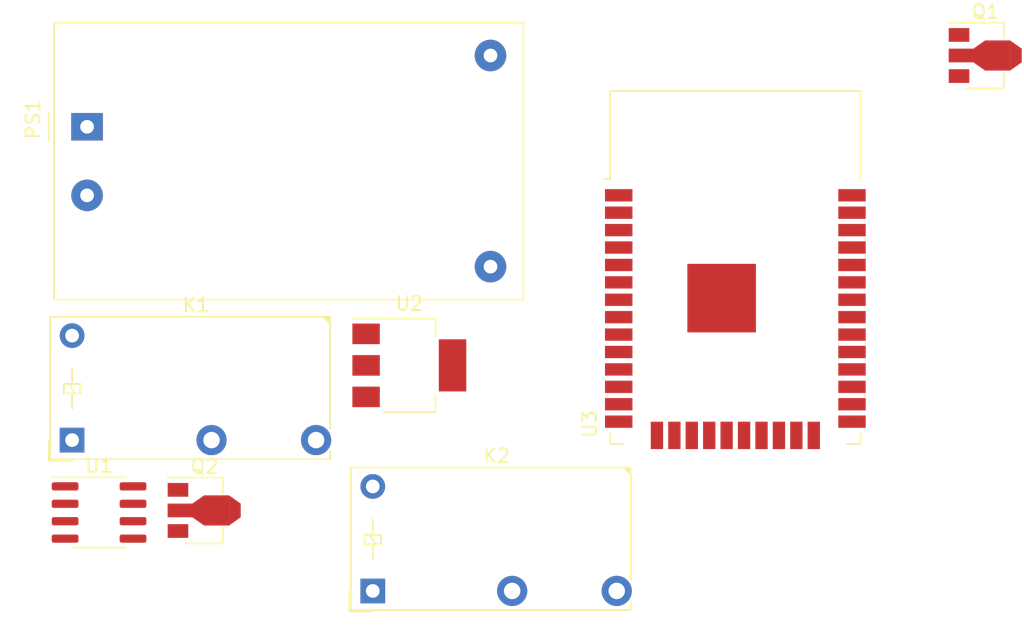
<source format=kicad_pcb>
(kicad_pcb (version 20171130) (host pcbnew "(5.1.5)-3")

  (general
    (thickness 1.6)
    (drawings 0)
    (tracks 0)
    (zones 0)
    (modules 8)
    (nets 8)
  )

  (page A4)
  (layers
    (0 F.Cu signal)
    (31 B.Cu signal)
    (32 B.Adhes user)
    (33 F.Adhes user)
    (34 B.Paste user)
    (35 F.Paste user)
    (36 B.SilkS user)
    (37 F.SilkS user)
    (38 B.Mask user)
    (39 F.Mask user)
    (40 Dwgs.User user)
    (41 Cmts.User user)
    (42 Eco1.User user)
    (43 Eco2.User user)
    (44 Edge.Cuts user)
    (45 Margin user)
    (46 B.CrtYd user)
    (47 F.CrtYd user)
    (48 B.Fab user)
    (49 F.Fab user)
  )

  (setup
    (last_trace_width 0.25)
    (trace_clearance 0.2)
    (zone_clearance 0.508)
    (zone_45_only no)
    (trace_min 0.2)
    (via_size 0.8)
    (via_drill 0.4)
    (via_min_size 0.4)
    (via_min_drill 0.3)
    (uvia_size 0.3)
    (uvia_drill 0.1)
    (uvias_allowed no)
    (uvia_min_size 0.2)
    (uvia_min_drill 0.1)
    (edge_width 0.05)
    (segment_width 0.2)
    (pcb_text_width 0.3)
    (pcb_text_size 1.5 1.5)
    (mod_edge_width 0.12)
    (mod_text_size 1 1)
    (mod_text_width 0.15)
    (pad_size 1.524 1.524)
    (pad_drill 0.762)
    (pad_to_mask_clearance 0.051)
    (solder_mask_min_width 0.25)
    (aux_axis_origin 0 0)
    (visible_elements FFFFFF7F)
    (pcbplotparams
      (layerselection 0x010fc_ffffffff)
      (usegerberextensions false)
      (usegerberattributes false)
      (usegerberadvancedattributes false)
      (creategerberjobfile false)
      (excludeedgelayer true)
      (linewidth 0.100000)
      (plotframeref false)
      (viasonmask false)
      (mode 1)
      (useauxorigin false)
      (hpglpennumber 1)
      (hpglpenspeed 20)
      (hpglpendiameter 15.000000)
      (psnegative false)
      (psa4output false)
      (plotreference true)
      (plotvalue true)
      (plotinvisibletext false)
      (padsonsilk false)
      (subtractmaskfromsilk false)
      (outputformat 1)
      (mirror false)
      (drillshape 1)
      (scaleselection 1)
      (outputdirectory ""))
  )

  (net 0 "")
  (net 1 "Net-(J2-Pad2)")
  (net 2 +5V)
  (net 3 "Net-(D2-Pad2)")
  (net 4 "Net-(D1-Pad2)")
  (net 5 "Net-(J1-Pad1)")
  (net 6 GND)
  (net 7 +3V3)

  (net_class Default "Esta es la clase de red por defecto."
    (clearance 0.2)
    (trace_width 0.25)
    (via_dia 0.8)
    (via_drill 0.4)
    (uvia_dia 0.3)
    (uvia_drill 0.1)
    (add_net +3V3)
    (add_net +5V)
    (add_net /MQTT)
    (add_net /RELAY1)
    (add_net /RELAY2)
    (add_net /WIFI)
    (add_net GND)
    (add_net "Net-(C5-Pad2)")
    (add_net "Net-(D1-Pad2)")
    (add_net "Net-(D2-Pad2)")
    (add_net "Net-(J1-Pad1)")
    (add_net "Net-(J1-Pad2)")
    (add_net "Net-(J2-Pad2)")
    (add_net "Net-(J2-Pad3)")
    (add_net "Net-(J3-Pad2)")
    (add_net "Net-(J3-Pad3)")
    (add_net "Net-(J4-Pad1)")
    (add_net "Net-(J4-Pad2)")
    (add_net "Net-(J4-Pad3)")
    (add_net "Net-(Q1-Pad1)")
    (add_net "Net-(Q2-Pad1)")
    (add_net "Net-(R3-Pad1)")
    (add_net "Net-(R4-Pad1)")
    (add_net "Net-(R4-Pad2)")
    (add_net "Net-(U3-Pad17)")
    (add_net "Net-(U3-Pad18)")
    (add_net "Net-(U3-Pad19)")
    (add_net "Net-(U3-Pad20)")
    (add_net "Net-(U3-Pad21)")
    (add_net "Net-(U3-Pad22)")
    (add_net "Net-(U3-Pad23)")
    (add_net "Net-(U3-Pad24)")
    (add_net "Net-(U3-Pad25)")
    (add_net "Net-(U3-Pad26)")
    (add_net "Net-(U3-Pad27)")
    (add_net "Net-(U3-Pad28)")
    (add_net "Net-(U3-Pad29)")
    (add_net "Net-(U3-Pad30)")
    (add_net "Net-(U3-Pad31)")
    (add_net "Net-(U3-Pad32)")
    (add_net "Net-(U3-Pad33)")
    (add_net "Net-(U3-Pad34)")
    (add_net "Net-(U3-Pad35)")
    (add_net "Net-(U3-Pad36)")
    (add_net "Net-(U3-Pad37)")
    (add_net "Net-(U3-Pad5)")
    (add_net "Net-(U3-Pad6)")
    (add_net "Net-(U3-Pad7)")
    (add_net "Net-(U3-Pad9)")
  )

  (module RF_Module:ESP32-WROOM-32 (layer F.Cu) (tedit 5B5B4654) (tstamp 5E8D4019)
    (at 159.575 74.08)
    (descr "Single 2.4 GHz Wi-Fi and Bluetooth combo chip https://www.espressif.com/sites/default/files/documentation/esp32-wroom-32_datasheet_en.pdf")
    (tags "Single 2.4 GHz Wi-Fi and Bluetooth combo  chip")
    (path /5E8D4080)
    (attr smd)
    (fp_text reference U3 (at -10.61 8.43 90) (layer F.SilkS)
      (effects (font (size 1 1) (thickness 0.15)))
    )
    (fp_text value ESP32-WROOM-32D (at 0 11.5) (layer F.Fab)
      (effects (font (size 1 1) (thickness 0.15)))
    )
    (fp_line (start -9.12 -9.445) (end -9.5 -9.445) (layer F.SilkS) (width 0.12))
    (fp_line (start -9.12 -15.865) (end -9.12 -9.445) (layer F.SilkS) (width 0.12))
    (fp_line (start 9.12 -15.865) (end 9.12 -9.445) (layer F.SilkS) (width 0.12))
    (fp_line (start -9.12 -15.865) (end 9.12 -15.865) (layer F.SilkS) (width 0.12))
    (fp_line (start 9.12 9.88) (end 8.12 9.88) (layer F.SilkS) (width 0.12))
    (fp_line (start 9.12 9.1) (end 9.12 9.88) (layer F.SilkS) (width 0.12))
    (fp_line (start -9.12 9.88) (end -8.12 9.88) (layer F.SilkS) (width 0.12))
    (fp_line (start -9.12 9.1) (end -9.12 9.88) (layer F.SilkS) (width 0.12))
    (fp_line (start 8.4 -20.6) (end 8.2 -20.4) (layer Cmts.User) (width 0.1))
    (fp_line (start 8.4 -16) (end 8.4 -20.6) (layer Cmts.User) (width 0.1))
    (fp_line (start 8.4 -20.6) (end 8.6 -20.4) (layer Cmts.User) (width 0.1))
    (fp_line (start 8.4 -16) (end 8.6 -16.2) (layer Cmts.User) (width 0.1))
    (fp_line (start 8.4 -16) (end 8.2 -16.2) (layer Cmts.User) (width 0.1))
    (fp_line (start -9.2 -13.875) (end -9.4 -14.075) (layer Cmts.User) (width 0.1))
    (fp_line (start -13.8 -13.875) (end -9.2 -13.875) (layer Cmts.User) (width 0.1))
    (fp_line (start -9.2 -13.875) (end -9.4 -13.675) (layer Cmts.User) (width 0.1))
    (fp_line (start -13.8 -13.875) (end -13.6 -13.675) (layer Cmts.User) (width 0.1))
    (fp_line (start -13.8 -13.875) (end -13.6 -14.075) (layer Cmts.User) (width 0.1))
    (fp_line (start 9.2 -13.875) (end 9.4 -13.675) (layer Cmts.User) (width 0.1))
    (fp_line (start 9.2 -13.875) (end 9.4 -14.075) (layer Cmts.User) (width 0.1))
    (fp_line (start 13.8 -13.875) (end 13.6 -13.675) (layer Cmts.User) (width 0.1))
    (fp_line (start 13.8 -13.875) (end 13.6 -14.075) (layer Cmts.User) (width 0.1))
    (fp_line (start 9.2 -13.875) (end 13.8 -13.875) (layer Cmts.User) (width 0.1))
    (fp_line (start 14 -11.585) (end 12 -9.97) (layer Dwgs.User) (width 0.1))
    (fp_line (start 14 -13.2) (end 10 -9.97) (layer Dwgs.User) (width 0.1))
    (fp_line (start 14 -14.815) (end 8 -9.97) (layer Dwgs.User) (width 0.1))
    (fp_line (start 14 -16.43) (end 6 -9.97) (layer Dwgs.User) (width 0.1))
    (fp_line (start 14 -18.045) (end 4 -9.97) (layer Dwgs.User) (width 0.1))
    (fp_line (start 14 -19.66) (end 2 -9.97) (layer Dwgs.User) (width 0.1))
    (fp_line (start 13.475 -20.75) (end 0 -9.97) (layer Dwgs.User) (width 0.1))
    (fp_line (start 11.475 -20.75) (end -2 -9.97) (layer Dwgs.User) (width 0.1))
    (fp_line (start 9.475 -20.75) (end -4 -9.97) (layer Dwgs.User) (width 0.1))
    (fp_line (start 7.475 -20.75) (end -6 -9.97) (layer Dwgs.User) (width 0.1))
    (fp_line (start -8 -9.97) (end 5.475 -20.75) (layer Dwgs.User) (width 0.1))
    (fp_line (start 3.475 -20.75) (end -10 -9.97) (layer Dwgs.User) (width 0.1))
    (fp_line (start 1.475 -20.75) (end -12 -9.97) (layer Dwgs.User) (width 0.1))
    (fp_line (start -0.525 -20.75) (end -14 -9.97) (layer Dwgs.User) (width 0.1))
    (fp_line (start -2.525 -20.75) (end -14 -11.585) (layer Dwgs.User) (width 0.1))
    (fp_line (start -4.525 -20.75) (end -14 -13.2) (layer Dwgs.User) (width 0.1))
    (fp_line (start -6.525 -20.75) (end -14 -14.815) (layer Dwgs.User) (width 0.1))
    (fp_line (start -8.525 -20.75) (end -14 -16.43) (layer Dwgs.User) (width 0.1))
    (fp_line (start -10.525 -20.75) (end -14 -18.045) (layer Dwgs.User) (width 0.1))
    (fp_line (start -12.525 -20.75) (end -14 -19.66) (layer Dwgs.User) (width 0.1))
    (fp_line (start 9.75 -9.72) (end 14.25 -9.72) (layer F.CrtYd) (width 0.05))
    (fp_line (start -14.25 -9.72) (end -9.75 -9.72) (layer F.CrtYd) (width 0.05))
    (fp_line (start 14.25 -21) (end 14.25 -9.72) (layer F.CrtYd) (width 0.05))
    (fp_line (start -14.25 -21) (end -14.25 -9.72) (layer F.CrtYd) (width 0.05))
    (fp_line (start 14 -20.75) (end -14 -20.75) (layer Dwgs.User) (width 0.1))
    (fp_line (start 14 -9.97) (end 14 -20.75) (layer Dwgs.User) (width 0.1))
    (fp_line (start 14 -9.97) (end -14 -9.97) (layer Dwgs.User) (width 0.1))
    (fp_line (start -9 -9.02) (end -8.5 -9.52) (layer F.Fab) (width 0.1))
    (fp_line (start -8.5 -9.52) (end -9 -10.02) (layer F.Fab) (width 0.1))
    (fp_line (start -9 -9.02) (end -9 9.76) (layer F.Fab) (width 0.1))
    (fp_line (start -14.25 -21) (end 14.25 -21) (layer F.CrtYd) (width 0.05))
    (fp_line (start 9.75 -9.72) (end 9.75 10.5) (layer F.CrtYd) (width 0.05))
    (fp_line (start -9.75 10.5) (end 9.75 10.5) (layer F.CrtYd) (width 0.05))
    (fp_line (start -9.75 10.5) (end -9.75 -9.72) (layer F.CrtYd) (width 0.05))
    (fp_line (start -9 -15.745) (end 9 -15.745) (layer F.Fab) (width 0.1))
    (fp_line (start -9 -15.745) (end -9 -10.02) (layer F.Fab) (width 0.1))
    (fp_line (start -9 9.76) (end 9 9.76) (layer F.Fab) (width 0.1))
    (fp_line (start 9 9.76) (end 9 -15.745) (layer F.Fab) (width 0.1))
    (fp_line (start -14 -9.97) (end -14 -20.75) (layer Dwgs.User) (width 0.1))
    (fp_text user "5 mm" (at 7.8 -19.075 90) (layer Cmts.User)
      (effects (font (size 0.5 0.5) (thickness 0.1)))
    )
    (fp_text user "5 mm" (at -11.2 -14.375) (layer Cmts.User)
      (effects (font (size 0.5 0.5) (thickness 0.1)))
    )
    (fp_text user "5 mm" (at 11.8 -14.375) (layer Cmts.User)
      (effects (font (size 0.5 0.5) (thickness 0.1)))
    )
    (fp_text user Antenna (at 0 -13) (layer Cmts.User)
      (effects (font (size 1 1) (thickness 0.15)))
    )
    (fp_text user "KEEP-OUT ZONE" (at 0 -19) (layer Cmts.User)
      (effects (font (size 1 1) (thickness 0.15)))
    )
    (fp_text user %R (at 0 0) (layer F.Fab)
      (effects (font (size 1 1) (thickness 0.15)))
    )
    (pad 38 smd rect (at 8.5 -8.255) (size 2 0.9) (layers F.Cu F.Paste F.Mask)
      (net 6 GND))
    (pad 37 smd rect (at 8.5 -6.985) (size 2 0.9) (layers F.Cu F.Paste F.Mask))
    (pad 36 smd rect (at 8.5 -5.715) (size 2 0.9) (layers F.Cu F.Paste F.Mask))
    (pad 35 smd rect (at 8.5 -4.445) (size 2 0.9) (layers F.Cu F.Paste F.Mask))
    (pad 34 smd rect (at 8.5 -3.175) (size 2 0.9) (layers F.Cu F.Paste F.Mask))
    (pad 33 smd rect (at 8.5 -1.905) (size 2 0.9) (layers F.Cu F.Paste F.Mask))
    (pad 32 smd rect (at 8.5 -0.635) (size 2 0.9) (layers F.Cu F.Paste F.Mask))
    (pad 31 smd rect (at 8.5 0.635) (size 2 0.9) (layers F.Cu F.Paste F.Mask))
    (pad 30 smd rect (at 8.5 1.905) (size 2 0.9) (layers F.Cu F.Paste F.Mask))
    (pad 29 smd rect (at 8.5 3.175) (size 2 0.9) (layers F.Cu F.Paste F.Mask))
    (pad 28 smd rect (at 8.5 4.445) (size 2 0.9) (layers F.Cu F.Paste F.Mask))
    (pad 27 smd rect (at 8.5 5.715) (size 2 0.9) (layers F.Cu F.Paste F.Mask))
    (pad 26 smd rect (at 8.5 6.985) (size 2 0.9) (layers F.Cu F.Paste F.Mask))
    (pad 25 smd rect (at 8.5 8.255) (size 2 0.9) (layers F.Cu F.Paste F.Mask))
    (pad 24 smd rect (at 5.715 9.255 90) (size 2 0.9) (layers F.Cu F.Paste F.Mask))
    (pad 23 smd rect (at 4.445 9.255 90) (size 2 0.9) (layers F.Cu F.Paste F.Mask))
    (pad 22 smd rect (at 3.175 9.255 90) (size 2 0.9) (layers F.Cu F.Paste F.Mask))
    (pad 21 smd rect (at 1.905 9.255 90) (size 2 0.9) (layers F.Cu F.Paste F.Mask))
    (pad 20 smd rect (at 0.635 9.255 90) (size 2 0.9) (layers F.Cu F.Paste F.Mask))
    (pad 19 smd rect (at -0.635 9.255 90) (size 2 0.9) (layers F.Cu F.Paste F.Mask))
    (pad 18 smd rect (at -1.905 9.255 90) (size 2 0.9) (layers F.Cu F.Paste F.Mask))
    (pad 17 smd rect (at -3.175 9.255 90) (size 2 0.9) (layers F.Cu F.Paste F.Mask))
    (pad 16 smd rect (at -4.445 9.255 90) (size 2 0.9) (layers F.Cu F.Paste F.Mask))
    (pad 15 smd rect (at -5.715 9.255 90) (size 2 0.9) (layers F.Cu F.Paste F.Mask)
      (net 6 GND))
    (pad 14 smd rect (at -8.5 8.255) (size 2 0.9) (layers F.Cu F.Paste F.Mask))
    (pad 13 smd rect (at -8.5 6.985) (size 2 0.9) (layers F.Cu F.Paste F.Mask))
    (pad 12 smd rect (at -8.5 5.715) (size 2 0.9) (layers F.Cu F.Paste F.Mask))
    (pad 11 smd rect (at -8.5 4.445) (size 2 0.9) (layers F.Cu F.Paste F.Mask))
    (pad 10 smd rect (at -8.5 3.175) (size 2 0.9) (layers F.Cu F.Paste F.Mask))
    (pad 9 smd rect (at -8.5 1.905) (size 2 0.9) (layers F.Cu F.Paste F.Mask))
    (pad 8 smd rect (at -8.5 0.635) (size 2 0.9) (layers F.Cu F.Paste F.Mask))
    (pad 7 smd rect (at -8.5 -0.635) (size 2 0.9) (layers F.Cu F.Paste F.Mask))
    (pad 6 smd rect (at -8.5 -1.905) (size 2 0.9) (layers F.Cu F.Paste F.Mask))
    (pad 5 smd rect (at -8.5 -3.175) (size 2 0.9) (layers F.Cu F.Paste F.Mask))
    (pad 4 smd rect (at -8.5 -4.445) (size 2 0.9) (layers F.Cu F.Paste F.Mask))
    (pad 3 smd rect (at -8.5 -5.715) (size 2 0.9) (layers F.Cu F.Paste F.Mask))
    (pad 2 smd rect (at -8.5 -6.985) (size 2 0.9) (layers F.Cu F.Paste F.Mask)
      (net 7 +3V3))
    (pad 1 smd rect (at -8.5 -8.255) (size 2 0.9) (layers F.Cu F.Paste F.Mask)
      (net 6 GND))
    (pad 39 smd rect (at -1 -0.755) (size 5 5) (layers F.Cu F.Paste F.Mask)
      (net 6 GND))
    (model ${KISYS3DMOD}/RF_Module.3dshapes/ESP32-WROOM-32.wrl
      (at (xyz 0 0 0))
      (scale (xyz 1 1 1))
      (rotate (xyz 0 0 0))
    )
  )

  (module Package_TO_SOT_SMD:SOT-223-3_TabPin2 (layer F.Cu) (tedit 5A02FF57) (tstamp 5E8D3FAA)
    (at 135.815 78.23)
    (descr "module CMS SOT223 4 pins")
    (tags "CMS SOT")
    (path /5E90718A)
    (attr smd)
    (fp_text reference U2 (at 0 -4.5) (layer F.SilkS)
      (effects (font (size 1 1) (thickness 0.15)))
    )
    (fp_text value AP1117-33 (at 0 4.5) (layer F.Fab)
      (effects (font (size 1 1) (thickness 0.15)))
    )
    (fp_line (start 1.85 -3.35) (end 1.85 3.35) (layer F.Fab) (width 0.1))
    (fp_line (start -1.85 3.35) (end 1.85 3.35) (layer F.Fab) (width 0.1))
    (fp_line (start -4.1 -3.41) (end 1.91 -3.41) (layer F.SilkS) (width 0.12))
    (fp_line (start -0.85 -3.35) (end 1.85 -3.35) (layer F.Fab) (width 0.1))
    (fp_line (start -1.85 3.41) (end 1.91 3.41) (layer F.SilkS) (width 0.12))
    (fp_line (start -1.85 -2.35) (end -1.85 3.35) (layer F.Fab) (width 0.1))
    (fp_line (start -1.85 -2.35) (end -0.85 -3.35) (layer F.Fab) (width 0.1))
    (fp_line (start -4.4 -3.6) (end -4.4 3.6) (layer F.CrtYd) (width 0.05))
    (fp_line (start -4.4 3.6) (end 4.4 3.6) (layer F.CrtYd) (width 0.05))
    (fp_line (start 4.4 3.6) (end 4.4 -3.6) (layer F.CrtYd) (width 0.05))
    (fp_line (start 4.4 -3.6) (end -4.4 -3.6) (layer F.CrtYd) (width 0.05))
    (fp_line (start 1.91 -3.41) (end 1.91 -2.15) (layer F.SilkS) (width 0.12))
    (fp_line (start 1.91 3.41) (end 1.91 2.15) (layer F.SilkS) (width 0.12))
    (fp_text user %R (at 0 0 90) (layer F.Fab)
      (effects (font (size 0.8 0.8) (thickness 0.12)))
    )
    (pad 1 smd rect (at -3.15 -2.3) (size 2 1.5) (layers F.Cu F.Paste F.Mask)
      (net 6 GND))
    (pad 3 smd rect (at -3.15 2.3) (size 2 1.5) (layers F.Cu F.Paste F.Mask)
      (net 2 +5V))
    (pad 2 smd rect (at -3.15 0) (size 2 1.5) (layers F.Cu F.Paste F.Mask)
      (net 7 +3V3))
    (pad 2 smd rect (at 3.15 0) (size 2 3.8) (layers F.Cu F.Paste F.Mask)
      (net 7 +3V3))
    (model ${KISYS3DMOD}/Package_TO_SOT_SMD.3dshapes/SOT-223.wrl
      (at (xyz 0 0 0))
      (scale (xyz 1 1 1))
      (rotate (xyz 0 0 0))
    )
  )

  (module Package_SO:SOIC-8_3.9x4.9mm_P1.27mm (layer F.Cu) (tedit 5D9F72B1) (tstamp 5E8D3F94)
    (at 113.205 88.96)
    (descr "SOIC, 8 Pin (JEDEC MS-012AA, https://www.analog.com/media/en/package-pcb-resources/package/pkg_pdf/soic_narrow-r/r_8.pdf), generated with kicad-footprint-generator ipc_gullwing_generator.py")
    (tags "SOIC SO")
    (path /5E8DF758)
    (attr smd)
    (fp_text reference U1 (at 0 -3.4) (layer F.SilkS)
      (effects (font (size 1 1) (thickness 0.15)))
    )
    (fp_text value ACS712xLCTR-05B (at 0 3.4) (layer F.Fab)
      (effects (font (size 1 1) (thickness 0.15)))
    )
    (fp_text user %R (at 0 0) (layer F.Fab)
      (effects (font (size 0.98 0.98) (thickness 0.15)))
    )
    (fp_line (start 3.7 -2.7) (end -3.7 -2.7) (layer F.CrtYd) (width 0.05))
    (fp_line (start 3.7 2.7) (end 3.7 -2.7) (layer F.CrtYd) (width 0.05))
    (fp_line (start -3.7 2.7) (end 3.7 2.7) (layer F.CrtYd) (width 0.05))
    (fp_line (start -3.7 -2.7) (end -3.7 2.7) (layer F.CrtYd) (width 0.05))
    (fp_line (start -1.95 -1.475) (end -0.975 -2.45) (layer F.Fab) (width 0.1))
    (fp_line (start -1.95 2.45) (end -1.95 -1.475) (layer F.Fab) (width 0.1))
    (fp_line (start 1.95 2.45) (end -1.95 2.45) (layer F.Fab) (width 0.1))
    (fp_line (start 1.95 -2.45) (end 1.95 2.45) (layer F.Fab) (width 0.1))
    (fp_line (start -0.975 -2.45) (end 1.95 -2.45) (layer F.Fab) (width 0.1))
    (fp_line (start 0 -2.56) (end -3.45 -2.56) (layer F.SilkS) (width 0.12))
    (fp_line (start 0 -2.56) (end 1.95 -2.56) (layer F.SilkS) (width 0.12))
    (fp_line (start 0 2.56) (end -1.95 2.56) (layer F.SilkS) (width 0.12))
    (fp_line (start 0 2.56) (end 1.95 2.56) (layer F.SilkS) (width 0.12))
    (pad 8 smd roundrect (at 2.475 -1.905) (size 1.95 0.6) (layers F.Cu F.Paste F.Mask) (roundrect_rratio 0.25)
      (net 2 +5V))
    (pad 7 smd roundrect (at 2.475 -0.635) (size 1.95 0.6) (layers F.Cu F.Paste F.Mask) (roundrect_rratio 0.25))
    (pad 6 smd roundrect (at 2.475 0.635) (size 1.95 0.6) (layers F.Cu F.Paste F.Mask) (roundrect_rratio 0.25))
    (pad 5 smd roundrect (at 2.475 1.905) (size 1.95 0.6) (layers F.Cu F.Paste F.Mask) (roundrect_rratio 0.25)
      (net 6 GND))
    (pad 4 smd roundrect (at -2.475 1.905) (size 1.95 0.6) (layers F.Cu F.Paste F.Mask) (roundrect_rratio 0.25)
      (net 1 "Net-(J2-Pad2)"))
    (pad 3 smd roundrect (at -2.475 0.635) (size 1.95 0.6) (layers F.Cu F.Paste F.Mask) (roundrect_rratio 0.25)
      (net 1 "Net-(J2-Pad2)"))
    (pad 2 smd roundrect (at -2.475 -0.635) (size 1.95 0.6) (layers F.Cu F.Paste F.Mask) (roundrect_rratio 0.25)
      (net 5 "Net-(J1-Pad1)"))
    (pad 1 smd roundrect (at -2.475 -1.905) (size 1.95 0.6) (layers F.Cu F.Paste F.Mask) (roundrect_rratio 0.25)
      (net 5 "Net-(J1-Pad1)"))
    (model ${KISYS3DMOD}/Package_SO.3dshapes/SOIC-8_3.9x4.9mm_P1.27mm.wrl
      (at (xyz 0 0 0))
      (scale (xyz 1 1 1))
      (rotate (xyz 0 0 0))
    )
  )

  (module Package_TO_SOT_SMD:SOT-89-3 (layer F.Cu) (tedit 5A02FF57) (tstamp 5E8D3F7A)
    (at 120.435 88.81)
    (descr SOT-89-3)
    (tags SOT-89-3)
    (path /5E8FAFEC)
    (attr smd)
    (fp_text reference Q2 (at 0.45 -3.2) (layer F.SilkS)
      (effects (font (size 1 1) (thickness 0.15)))
    )
    (fp_text value BC546 (at 0.45 3.25) (layer F.Fab)
      (effects (font (size 1 1) (thickness 0.15)))
    )
    (fp_line (start -2.48 2.55) (end -2.48 -2.55) (layer F.CrtYd) (width 0.05))
    (fp_line (start -2.48 2.55) (end 3.23 2.55) (layer F.CrtYd) (width 0.05))
    (fp_line (start 3.23 -2.55) (end -2.48 -2.55) (layer F.CrtYd) (width 0.05))
    (fp_line (start 3.23 -2.55) (end 3.23 2.55) (layer F.CrtYd) (width 0.05))
    (fp_line (start -0.13 -2.3) (end 1.68 -2.3) (layer F.Fab) (width 0.1))
    (fp_line (start -0.92 2.3) (end -0.92 -1.51) (layer F.Fab) (width 0.1))
    (fp_line (start 1.68 2.3) (end -0.92 2.3) (layer F.Fab) (width 0.1))
    (fp_line (start 1.68 -2.3) (end 1.68 2.3) (layer F.Fab) (width 0.1))
    (fp_line (start -0.92 -1.51) (end -0.13 -2.3) (layer F.Fab) (width 0.1))
    (fp_line (start 1.78 -2.4) (end 1.78 -1.2) (layer F.SilkS) (width 0.12))
    (fp_line (start -2.22 -2.4) (end 1.78 -2.4) (layer F.SilkS) (width 0.12))
    (fp_line (start 1.78 2.4) (end -0.92 2.4) (layer F.SilkS) (width 0.12))
    (fp_line (start 1.78 1.2) (end 1.78 2.4) (layer F.SilkS) (width 0.12))
    (fp_text user %R (at 0.38 0 90) (layer F.Fab)
      (effects (font (size 0.6 0.6) (thickness 0.09)))
    )
    (pad 2 smd trapezoid (at -0.0762 0 90) (size 1.5 1) (rect_delta 0 0.7 ) (layers F.Cu F.Paste F.Mask)
      (net 4 "Net-(D1-Pad2)"))
    (pad 2 smd rect (at 1.3335 0 270) (size 2.2 1.84) (layers F.Cu F.Paste F.Mask)
      (net 4 "Net-(D1-Pad2)"))
    (pad 3 smd rect (at -1.48 1.5 270) (size 1 1.5) (layers F.Cu F.Paste F.Mask)
      (net 6 GND))
    (pad 2 smd rect (at -1.3335 0 270) (size 1 1.8) (layers F.Cu F.Paste F.Mask)
      (net 4 "Net-(D1-Pad2)"))
    (pad 1 smd rect (at -1.48 -1.5 270) (size 1 1.5) (layers F.Cu F.Paste F.Mask))
    (pad 2 smd trapezoid (at 2.667 0 270) (size 1.6 0.85) (rect_delta 0 0.6 ) (layers F.Cu F.Paste F.Mask)
      (net 4 "Net-(D1-Pad2)"))
    (model ${KISYS3DMOD}/Package_TO_SOT_SMD.3dshapes/SOT-89-3.wrl
      (at (xyz 0 0 0))
      (scale (xyz 1 1 1))
      (rotate (xyz 0 0 0))
    )
  )

  (module Package_TO_SOT_SMD:SOT-89-3 (layer F.Cu) (tedit 5A02FF57) (tstamp 5E8D3F62)
    (at 177.355 55.63)
    (descr SOT-89-3)
    (tags SOT-89-3)
    (path /5E8DC1C1)
    (attr smd)
    (fp_text reference Q1 (at 0.45 -3.2) (layer F.SilkS)
      (effects (font (size 1 1) (thickness 0.15)))
    )
    (fp_text value BCX56 (at 0.45 3.25) (layer F.Fab)
      (effects (font (size 1 1) (thickness 0.15)))
    )
    (fp_line (start -2.48 2.55) (end -2.48 -2.55) (layer F.CrtYd) (width 0.05))
    (fp_line (start -2.48 2.55) (end 3.23 2.55) (layer F.CrtYd) (width 0.05))
    (fp_line (start 3.23 -2.55) (end -2.48 -2.55) (layer F.CrtYd) (width 0.05))
    (fp_line (start 3.23 -2.55) (end 3.23 2.55) (layer F.CrtYd) (width 0.05))
    (fp_line (start -0.13 -2.3) (end 1.68 -2.3) (layer F.Fab) (width 0.1))
    (fp_line (start -0.92 2.3) (end -0.92 -1.51) (layer F.Fab) (width 0.1))
    (fp_line (start 1.68 2.3) (end -0.92 2.3) (layer F.Fab) (width 0.1))
    (fp_line (start 1.68 -2.3) (end 1.68 2.3) (layer F.Fab) (width 0.1))
    (fp_line (start -0.92 -1.51) (end -0.13 -2.3) (layer F.Fab) (width 0.1))
    (fp_line (start 1.78 -2.4) (end 1.78 -1.2) (layer F.SilkS) (width 0.12))
    (fp_line (start -2.22 -2.4) (end 1.78 -2.4) (layer F.SilkS) (width 0.12))
    (fp_line (start 1.78 2.4) (end -0.92 2.4) (layer F.SilkS) (width 0.12))
    (fp_line (start 1.78 1.2) (end 1.78 2.4) (layer F.SilkS) (width 0.12))
    (fp_text user %R (at 0.38 0 90) (layer F.Fab)
      (effects (font (size 0.6 0.6) (thickness 0.09)))
    )
    (pad 2 smd trapezoid (at -0.0762 0 90) (size 1.5 1) (rect_delta 0 0.7 ) (layers F.Cu F.Paste F.Mask)
      (net 3 "Net-(D2-Pad2)"))
    (pad 2 smd rect (at 1.3335 0 270) (size 2.2 1.84) (layers F.Cu F.Paste F.Mask)
      (net 3 "Net-(D2-Pad2)"))
    (pad 3 smd rect (at -1.48 1.5 270) (size 1 1.5) (layers F.Cu F.Paste F.Mask)
      (net 6 GND))
    (pad 2 smd rect (at -1.3335 0 270) (size 1 1.8) (layers F.Cu F.Paste F.Mask)
      (net 3 "Net-(D2-Pad2)"))
    (pad 1 smd rect (at -1.48 -1.5 270) (size 1 1.5) (layers F.Cu F.Paste F.Mask))
    (pad 2 smd trapezoid (at 2.667 0 270) (size 1.6 0.85) (rect_delta 0 0.6 ) (layers F.Cu F.Paste F.Mask)
      (net 3 "Net-(D2-Pad2)"))
    (model ${KISYS3DMOD}/Package_TO_SOT_SMD.3dshapes/SOT-89-3.wrl
      (at (xyz 0 0 0))
      (scale (xyz 1 1 1))
      (rotate (xyz 0 0 0))
    )
  )

  (module Converter_ACDC:Converter_ACDC_HiLink_HLK-PMxx (layer F.Cu) (tedit 5C1AC1CD) (tstamp 5E8D3F4A)
    (at 112.33 60.83)
    (descr "ACDC-Converter, 3W, HiLink, HLK-PMxx, THT, http://www.hlktech.net/product_detail.php?ProId=54")
    (tags "ACDC-Converter 3W THT HiLink board mount module")
    (path /5E8D6274)
    (fp_text reference PS1 (at -3.94 -0.55 90) (layer F.SilkS)
      (effects (font (size 1 1) (thickness 0.15)))
    )
    (fp_text value HLK-PM01 (at 15.79 13.85) (layer F.Fab)
      (effects (font (size 1 1) (thickness 0.15)))
    )
    (fp_line (start -2.79 -1) (end -2.79 1.01) (layer F.SilkS) (width 0.12))
    (fp_line (start 31.8 -7.6) (end -2.4 -7.6) (layer F.SilkS) (width 0.12))
    (fp_line (start 31.8 12.6) (end 31.8 -7.6) (layer F.SilkS) (width 0.12))
    (fp_line (start -2.4 12.6) (end 31.8 12.6) (layer F.SilkS) (width 0.12))
    (fp_line (start -2.4 -7.6) (end -2.4 12.6) (layer F.SilkS) (width 0.12))
    (fp_line (start -2.55 -7.75) (end -2.55 12.75) (layer F.CrtYd) (width 0.05))
    (fp_line (start 31.95 -7.75) (end -2.55 -7.75) (layer F.CrtYd) (width 0.05))
    (fp_line (start 31.95 12.75) (end 31.95 -7.75) (layer F.CrtYd) (width 0.05))
    (fp_line (start -2.55 12.75) (end 31.95 12.75) (layer F.CrtYd) (width 0.05))
    (fp_line (start -2.3 -1) (end -2.3 -7.5) (layer F.Fab) (width 0.1))
    (fp_line (start -2.29 -1) (end -1.29 0) (layer F.Fab) (width 0.1))
    (fp_line (start -1.29 0) (end -2.29 1) (layer F.Fab) (width 0.1))
    (fp_text user %R (at 14.68 1.17) (layer F.Fab)
      (effects (font (size 1 1) (thickness 0.15)))
    )
    (fp_line (start -2.3 -7.5) (end 31.7 -7.5) (layer F.Fab) (width 0.1))
    (fp_line (start -2.3 12.5) (end -2.3 0.99) (layer F.Fab) (width 0.1))
    (fp_line (start 31.7 12.5) (end 31.7 -7.5) (layer F.Fab) (width 0.1))
    (fp_line (start -2.3 12.5) (end 31.7 12.5) (layer F.Fab) (width 0.1))
    (pad 4 thru_hole circle (at 29.4 10.2) (size 2.3 2.3) (drill 1) (layers *.Cu *.Mask)
      (net 2 +5V))
    (pad 2 thru_hole circle (at 0 5) (size 2.3 2.3) (drill 1) (layers *.Cu *.Mask)
      (net 5 "Net-(J1-Pad1)"))
    (pad 1 thru_hole rect (at 0 0) (size 2.3 2) (drill 1) (layers *.Cu *.Mask))
    (pad 3 thru_hole circle (at 29.4 -5.2) (size 2.3 2.3) (drill 1) (layers *.Cu *.Mask)
      (net 6 GND))
    (model ${KISYS3DMOD}/Converter_ACDC.3dshapes/Converter_ACDC_HiLink_HLK-PMxx.wrl
      (at (xyz 0 0 0))
      (scale (xyz 1 1 1))
      (rotate (xyz 0 0 0))
    )
  )

  (module Relay_THT:Relay_SPST_Finder_32.21-x300 (layer F.Cu) (tedit 5A636535) (tstamp 5E8D3F31)
    (at 133.15 94.68)
    (descr "Finder 32.21-x300 Relay, SPST, https://gfinder.findernet.com/assets/Series/355/S32EN.pdf")
    (tags "Finder 32.21-x300 Relay SPST")
    (path /5E8D93F1)
    (fp_text reference K2 (at 9.029214 -9.845556 180) (layer F.SilkS)
      (effects (font (size 1 1) (thickness 0.15)))
    )
    (fp_text value RELAY2 (at 9.129214 2.454444 180) (layer F.Fab)
      (effects (font (size 1 1) (thickness 0.15)))
    )
    (fp_line (start 19.13 -9.05) (end 19.13 1.45) (layer F.CrtYd) (width 0.05))
    (fp_line (start 19.13 -9.05) (end -1.65 -9.05) (layer F.CrtYd) (width 0.05))
    (fp_line (start -1.65 1.45) (end 19.13 1.45) (layer F.CrtYd) (width 0.05))
    (fp_line (start -1.65 1.45) (end -1.65 -9.05) (layer F.CrtYd) (width 0.05))
    (fp_line (start 0 -2.3) (end 0 -5.2) (layer F.Fab) (width 0.12))
    (fp_line (start -0.6 -4.1) (end -0.6 -3.4) (layer F.SilkS) (width 0.12))
    (fp_line (start 0.6 -4.1) (end -0.6 -4.1) (layer F.SilkS) (width 0.12))
    (fp_line (start 0.6 -3.4) (end 0.6 -4.1) (layer F.SilkS) (width 0.12))
    (fp_line (start -0.6 -3.4) (end 0.6 -3.4) (layer F.SilkS) (width 0.12))
    (fp_line (start 0.2 -3.4) (end -0.2 -4.1) (layer F.SilkS) (width 0.12))
    (fp_line (start 0 -4.1) (end 0 -5.2) (layer F.SilkS) (width 0.12))
    (fp_line (start 0 -3.4) (end 0 -2.3) (layer F.SilkS) (width 0.12))
    (fp_line (start 18.6 1.2) (end -1.4 1.2) (layer F.Fab) (width 0.12))
    (fp_line (start 18.6 -8.8) (end 18.6 1.2) (layer F.Fab) (width 0.12))
    (fp_line (start -1.4 -8.8) (end 18.6 -8.8) (layer F.Fab) (width 0.12))
    (fp_line (start -1.4 1.2) (end -1.4 -8.8) (layer F.Fab) (width 0.12))
    (fp_line (start 18.8 -9) (end 18.8 -0.795556) (layer F.SilkS) (width 0.12))
    (fp_line (start -1.6 -9) (end 18.8 -9) (layer F.SilkS) (width 0.12))
    (fp_line (start -1.6 1.4) (end -1.6 -9) (layer F.SilkS) (width 0.12))
    (fp_line (start 18.8 1.4) (end -1.6 1.4) (layer F.SilkS) (width 0.12))
    (fp_line (start 18.8 0.8) (end 18.8 1.4) (layer F.SilkS) (width 0.12))
    (fp_line (start -1.7 1.5) (end -1.7 0) (layer F.SilkS) (width 0.12))
    (fp_line (start 0 1.5) (end -1.7 1.5) (layer F.SilkS) (width 0.12))
    (fp_line (start 18.679214 -8.995556) (end 18.779214 -8.895556) (layer F.SilkS) (width 0.12))
    (fp_line (start 18.779214 -8.795556) (end 18.579214 -8.995556) (layer F.SilkS) (width 0.12))
    (fp_line (start 18.479214 -8.995556) (end 18.779214 -8.695556) (layer F.SilkS) (width 0.12))
    (fp_line (start 18.779214 -8.595556) (end 18.379214 -8.995556) (layer F.SilkS) (width 0.12))
    (fp_line (start 18.279214 -8.995556) (end 18.779214 -8.495556) (layer F.SilkS) (width 0.12))
    (fp_text user %R (at 10.2 -4.1 180) (layer F.Fab)
      (effects (font (size 1 1) (thickness 0.15)))
    )
    (pad 14 thru_hole circle (at 17.78 0 90) (size 2.2 2.2) (drill 1.2) (layers *.Cu *.Mask))
    (pad 11 thru_hole circle (at 10.16 0 90) (size 2.2 2.2) (drill 1.2) (layers *.Cu *.Mask))
    (pad A2 thru_hole circle (at 0 -7.62 90) (size 1.8 1.8) (drill 1) (layers *.Cu *.Mask)
      (net 2 +5V))
    (pad A1 thru_hole rect (at 0 0 90) (size 1.8 1.8) (drill 1) (layers *.Cu *.Mask)
      (net 4 "Net-(D1-Pad2)"))
    (model ${KISYS3DMOD}/Relay_THT.3dshapes/Relay_SPST_Finder_32.21-x300.wrl
      (offset (xyz -0.02078600078782558 -0.004443999173257828 0))
      (scale (xyz 1 1 1))
      (rotate (xyz 0 0 0))
    )
  )

  (module Relay_THT:Relay_SPST_Finder_32.21-x300 (layer F.Cu) (tedit 5A636535) (tstamp 5E8D3F0C)
    (at 111.24 83.68)
    (descr "Finder 32.21-x300 Relay, SPST, https://gfinder.findernet.com/assets/Series/355/S32EN.pdf")
    (tags "Finder 32.21-x300 Relay SPST")
    (path /5E8D7C48)
    (fp_text reference K1 (at 9.029214 -9.845556 180) (layer F.SilkS)
      (effects (font (size 1 1) (thickness 0.15)))
    )
    (fp_text value RELAY1 (at 9.129214 2.454444 180) (layer F.Fab)
      (effects (font (size 1 1) (thickness 0.15)))
    )
    (fp_line (start 19.13 -9.05) (end 19.13 1.45) (layer F.CrtYd) (width 0.05))
    (fp_line (start 19.13 -9.05) (end -1.65 -9.05) (layer F.CrtYd) (width 0.05))
    (fp_line (start -1.65 1.45) (end 19.13 1.45) (layer F.CrtYd) (width 0.05))
    (fp_line (start -1.65 1.45) (end -1.65 -9.05) (layer F.CrtYd) (width 0.05))
    (fp_line (start 0 -2.3) (end 0 -5.2) (layer F.Fab) (width 0.12))
    (fp_line (start -0.6 -4.1) (end -0.6 -3.4) (layer F.SilkS) (width 0.12))
    (fp_line (start 0.6 -4.1) (end -0.6 -4.1) (layer F.SilkS) (width 0.12))
    (fp_line (start 0.6 -3.4) (end 0.6 -4.1) (layer F.SilkS) (width 0.12))
    (fp_line (start -0.6 -3.4) (end 0.6 -3.4) (layer F.SilkS) (width 0.12))
    (fp_line (start 0.2 -3.4) (end -0.2 -4.1) (layer F.SilkS) (width 0.12))
    (fp_line (start 0 -4.1) (end 0 -5.2) (layer F.SilkS) (width 0.12))
    (fp_line (start 0 -3.4) (end 0 -2.3) (layer F.SilkS) (width 0.12))
    (fp_line (start 18.6 1.2) (end -1.4 1.2) (layer F.Fab) (width 0.12))
    (fp_line (start 18.6 -8.8) (end 18.6 1.2) (layer F.Fab) (width 0.12))
    (fp_line (start -1.4 -8.8) (end 18.6 -8.8) (layer F.Fab) (width 0.12))
    (fp_line (start -1.4 1.2) (end -1.4 -8.8) (layer F.Fab) (width 0.12))
    (fp_line (start 18.8 -9) (end 18.8 -0.795556) (layer F.SilkS) (width 0.12))
    (fp_line (start -1.6 -9) (end 18.8 -9) (layer F.SilkS) (width 0.12))
    (fp_line (start -1.6 1.4) (end -1.6 -9) (layer F.SilkS) (width 0.12))
    (fp_line (start 18.8 1.4) (end -1.6 1.4) (layer F.SilkS) (width 0.12))
    (fp_line (start 18.8 0.8) (end 18.8 1.4) (layer F.SilkS) (width 0.12))
    (fp_line (start -1.7 1.5) (end -1.7 0) (layer F.SilkS) (width 0.12))
    (fp_line (start 0 1.5) (end -1.7 1.5) (layer F.SilkS) (width 0.12))
    (fp_line (start 18.679214 -8.995556) (end 18.779214 -8.895556) (layer F.SilkS) (width 0.12))
    (fp_line (start 18.779214 -8.795556) (end 18.579214 -8.995556) (layer F.SilkS) (width 0.12))
    (fp_line (start 18.479214 -8.995556) (end 18.779214 -8.695556) (layer F.SilkS) (width 0.12))
    (fp_line (start 18.779214 -8.595556) (end 18.379214 -8.995556) (layer F.SilkS) (width 0.12))
    (fp_line (start 18.279214 -8.995556) (end 18.779214 -8.495556) (layer F.SilkS) (width 0.12))
    (fp_text user %R (at 10.2 -4.1 180) (layer F.Fab)
      (effects (font (size 1 1) (thickness 0.15)))
    )
    (pad 14 thru_hole circle (at 17.78 0 90) (size 2.2 2.2) (drill 1.2) (layers *.Cu *.Mask))
    (pad 11 thru_hole circle (at 10.16 0 90) (size 2.2 2.2) (drill 1.2) (layers *.Cu *.Mask)
      (net 1 "Net-(J2-Pad2)"))
    (pad A2 thru_hole circle (at 0 -7.62 90) (size 1.8 1.8) (drill 1) (layers *.Cu *.Mask)
      (net 2 +5V))
    (pad A1 thru_hole rect (at 0 0 90) (size 1.8 1.8) (drill 1) (layers *.Cu *.Mask)
      (net 3 "Net-(D2-Pad2)"))
    (model ${KISYS3DMOD}/Relay_THT.3dshapes/Relay_SPST_Finder_32.21-x300.wrl
      (offset (xyz -0.02078600078782558 -0.004443999173257828 0))
      (scale (xyz 1 1 1))
      (rotate (xyz 0 0 0))
    )
  )

)

</source>
